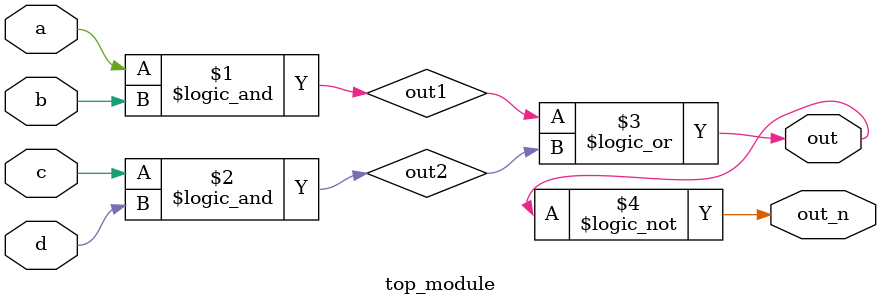
<source format=v>
`default_nettype none
module top_module(
    input a,
    input b,
    input c,
    input d,
    output out,
    output out_n   ); 
	wire out1;
    wire out2;
    assign out1 = a && b;
    assign out2 = c && d;
    assign out = out1 || out2;
    assign out_n = !out;
endmodule

</source>
